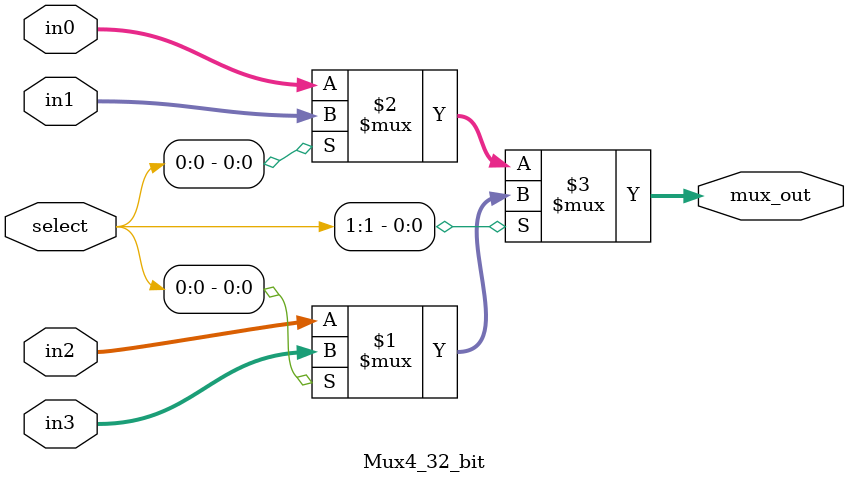
<source format=v>
module Mux4_32_bit (in0, in1,in2, in3, mux_out, select);
	parameter N = 32;
	input [N-1:0] in0, in1,in2,in3;
	output [N-1:0] mux_out;
	input [1:0]select;
	assign mux_out = select[1]? (select[0]?in3: in2):(select[0]?in1:in0);
endmodule
</source>
